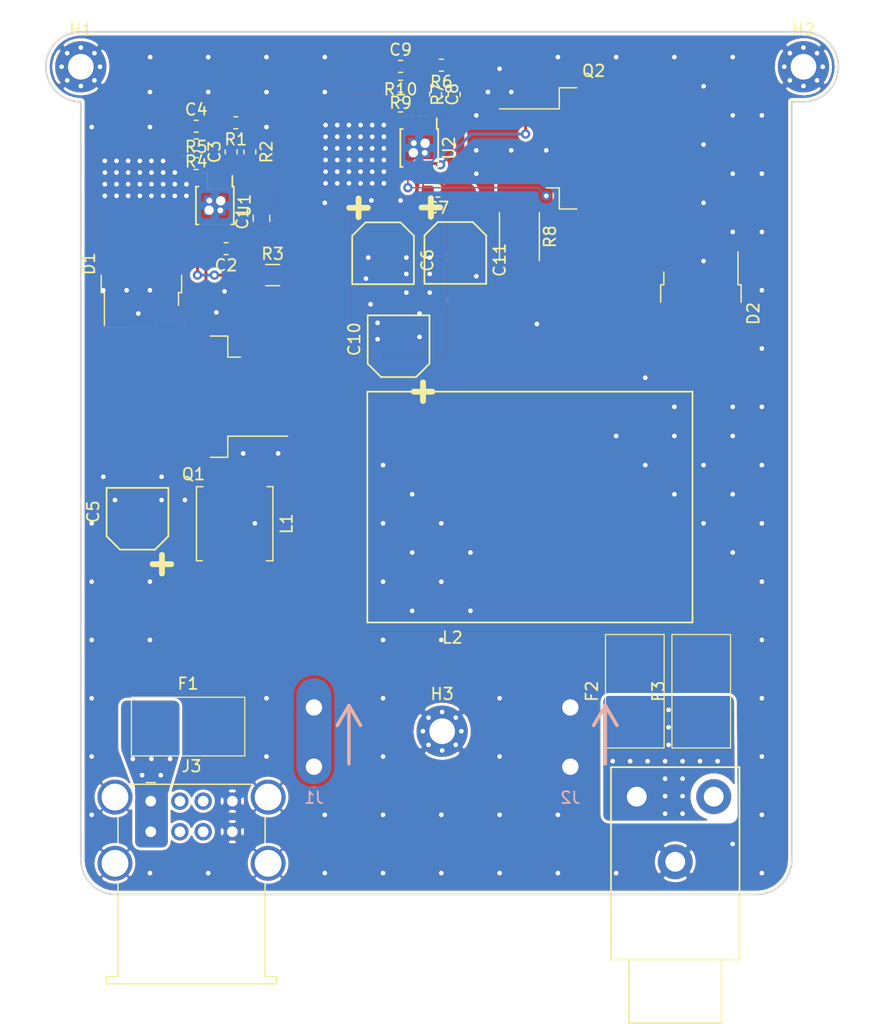
<source format=kicad_pcb>
(kicad_pcb (version 20171130) (host pcbnew "(5.0.1)-3")
  (layers (0 F.Cu signal) (31 B.Cu signal) (34 B.Paste user) (35 F.Paste user) (36 B.SilkS user) (37 F.SilkS user) (38 B.Mask user) (39 F.Mask user) (44 Edge.Cuts user))
  (net 0 "")
  (net 1 BATT+)
  (net 2 GND)
  (net 3 "Net-(C2-Pad2)")
  (net 4 "Net-(C3-Pad1)")
  (net 5 "Net-(C4-Pad1)")
  (net 6 "Net-(C4-Pad2)")
  (net 7 "Net-(C7-Pad2)")
  (net 8 "Net-(C8-Pad1)")
  (net 9 "Net-(C10-Pad1)")
  (net 10 "Net-(C9-Pad2)")
  (net 11 "Net-(D1-Pad3)")
  (net 12 "Net-(D2-Pad3)")
  (net 13 +5V)
  (net 14 +12V)
  (net 15 "Net-(Q1-Pad3)")
  (net 16 "Net-(Q1-Pad1)")
  (net 17 "Net-(Q2-Pad1)")
  (net 18 "Net-(Q2-Pad3)")
  (net 19 "Net-(R1-Pad2)")
  (net 20 "Net-(R6-Pad2)")
  (module Inductors:Coilcraft_SER2915L-103KL (layer F.Cu) (at 107.53 76.77 180)
    (fp_text reference L2 (at 6.65 -11.2 180) (layer F.SilkS))
    (fp_text value 10uH)
    (pad 1 smd rect (at -5.075 14.355 180) (size 5.33 5.59) (layers F.Cu F.Paste F.Mask) (net 12 "Net-(D2-Pad3)"))
    (pad 2 smd rect (at 5.075 14.355 180) (size 5.33 5.59) (layers F.Cu F.Paste F.Mask) (net 9 "Net-(C10-Pad1)"))
    (pad "" smd rect (at 0 -8.22 180) (size 6.35 6.28) (layers F.Cu F.Paste F.Mask))
  )
  (module Capacitors:25SVPF47M (layer F.Cu) (at 101.13 54.97 180)
    (fp_text reference C11 (at -3.8 -0.6 270) (layer F.SilkS))
    (fp_text value 47uF/25V)
    (pad 1 smd rect (at 0 2.2 180) (size 1.6 3) (layers F.Cu F.Paste F.Mask) (net 1 BATT+))
    (pad 2 smd rect (at 0 -2.2 180) (size 1.6 3) (layers F.Cu F.Paste F.Mask) (net 2 GND))
  )
  (module TexasInstruments:LM25085MY_Handsolder (layer F.Cu) (at 80.5 50.9 270)
    (fp_text reference U1 (at 0 -2.55 270) (layer F.SilkS))
    (fp_text value LM25085MY)
    (pad 1 smd rect (at -2.105 -0.975 270) (size 0.89 0.42) (layers F.Cu F.Paste F.Mask) (net 4 "Net-(C3-Pad1)"))
    (pad 2 smd rect (at -2.105 -0.325 270) (size 0.89 0.42) (layers F.Cu F.Paste F.Mask) (net 19 "Net-(R1-Pad2)"))
    (pad 3 smd rect (at -2.105 0.325 270) (size 0.89 0.42) (layers F.Cu F.Paste F.Mask) (net 6 "Net-(C4-Pad2)"))
    (pad 4 smd rect (at -2.105 0.975 270) (size 0.89 0.42) (layers F.Cu F.Paste F.Mask) (net 2 GND))
    (pad 5 smd rect (at 2.105 0.975 270) (size 0.89 0.42) (layers F.Cu F.Paste F.Mask) (net 15 "Net-(Q1-Pad3)"))
    (pad 6 smd rect (at 2.105 0.325 270) (size 0.89 0.42) (layers F.Cu F.Paste F.Mask) (net 16 "Net-(Q1-Pad1)"))
    (pad 7 smd rect (at 2.105 -0.325 270) (size 0.89 0.42) (layers F.Cu F.Paste F.Mask) (net 3 "Net-(C2-Pad2)"))
    (pad 8 smd rect (at 2.105 -0.975 270) (size 0.89 0.42) (layers F.Cu F.Paste F.Mask) (net 1 BATT+))
    (pad 9 smd rect (at 0 0 270) (size 1.68 5) (layers F.Cu F.Mask) (net 2 GND))
    (pad 9 smd rect (at 0 0 270) (size 1.68 1.88) (layers B.Cu B.Mask) (net 2 GND))
    (pad 9 thru_hole circle (at -0.4 -0.5 270) (size 0.85 0.85) (drill 0.8) (layers *.Cu *.Mask) (net 2 GND))
    (pad 9 thru_hole circle (at 0.4 0.5 270) (size 0.85 0.85) (drill 0.8) (layers *.Cu *.Mask) (net 2 GND))
    (pad 9 thru_hole circle (at 0.42 -0.47 270) (size 0.55 0.55) (drill 0.5) (layers *.Cu *.Mask) (net 2 GND))
    (pad 9 thru_hole circle (at -0.42 0.47 270) (size 0.55 0.55) (drill 0.5) (layers *.Cu *.Mask) (net 2 GND))
  )
  (module TexasInstruments:LM25085MY_Handsolder (layer F.Cu) (at 98.035759 45.966239 270)
    (fp_text reference U2 (at 0 -2.55 270) (layer F.SilkS))
    (fp_text value LM25085MY)
    (pad 1 smd rect (at -2.105 -0.975 270) (size 0.89 0.42) (layers F.Cu F.Paste F.Mask) (net 8 "Net-(C8-Pad1)"))
    (pad 2 smd rect (at -2.105 -0.325 270) (size 0.89 0.42) (layers F.Cu F.Paste F.Mask) (net 20 "Net-(R6-Pad2)"))
    (pad 3 smd rect (at -2.105 0.325 270) (size 0.89 0.42) (layers F.Cu F.Paste F.Mask) (net 10 "Net-(C9-Pad2)"))
    (pad 4 smd rect (at -2.105 0.975 270) (size 0.89 0.42) (layers F.Cu F.Paste F.Mask) (net 2 GND))
    (pad 5 smd rect (at 2.105 0.975 270) (size 0.89 0.42) (layers F.Cu F.Paste F.Mask) (net 18 "Net-(Q2-Pad3)"))
    (pad 6 smd rect (at 2.105 0.325 270) (size 0.89 0.42) (layers F.Cu F.Paste F.Mask) (net 17 "Net-(Q2-Pad1)"))
    (pad 7 smd rect (at 2.105 -0.325 270) (size 0.89 0.42) (layers F.Cu F.Paste F.Mask) (net 7 "Net-(C7-Pad2)"))
    (pad 8 smd rect (at 2.105 -0.975 270) (size 0.89 0.42) (layers F.Cu F.Paste F.Mask) (net 1 BATT+))
    (pad 9 smd rect (at 0 0 270) (size 1.68 5) (layers F.Cu F.Mask) (net 2 GND))
    (pad 9 smd rect (at 0 0 270) (size 1.68 1.88) (layers B.Cu B.Mask) (net 2 GND))
    (pad 9 thru_hole circle (at -0.4 -0.5 270) (size 0.85 0.85) (drill 0.8) (layers *.Cu *.Mask) (net 2 GND))
    (pad 9 thru_hole circle (at 0.4 0.5 270) (size 0.85 0.85) (drill 0.8) (layers *.Cu *.Mask) (net 2 GND))
    (pad 9 thru_hole circle (at 0.42 -0.47 270) (size 0.55 0.55) (drill 0.5) (layers *.Cu *.Mask) (net 2 GND))
    (pad 9 thru_hole circle (at -0.42 0.47 270) (size 0.55 0.55) (drill 0.5) (layers *.Cu *.Mask) (net 2 GND))
  )
  (module Connectors_custom:TE_PCB-Tab_63951-1 (layer B.Cu) (at 89 96.5 180)
    (fp_text reference J1 (at 0 -5.2 180) (layer B.SilkS) (effects (justify mirror)))
    (fp_text value BATT+)
    (pad 1 smd rect (at 0 0 180) (size 3 5.08) (layers B.Cu B.Mask) (net 1 BATT+))
    (pad 1 thru_hole circle (at 0 -2.54 180) (size 3 3) (drill 1.4) (layers *.Cu *.Mask) (net 1 BATT+))
    (pad 1 thru_hole oval (at 0 2.54 180) (size 3 5) (drill 1.4) (layers *.Cu *.Mask) (net 1 BATT+))
  )
  (module Connectors_custom:TE_PCB-Tab_63951-1 (layer B.Cu) (at 111 96.5 180)
    (fp_text reference J2 (at 0 -5.2 180) (layer B.SilkS) (effects (justify mirror)))
    (fp_text value BATT-)
    (pad 1 smd rect (at 0 0 180) (size 3 5.08) (layers B.Cu B.Mask) (net 2 GND))
    (pad 1 thru_hole circle (at 0 -2.54 180) (size 3 3) (drill 1.4) (layers *.Cu *.Mask) (net 2 GND))
    (pad 1 thru_hole oval (at 0 2.54 180) (size 3 5) (drill 1.4) (layers *.Cu *.Mask) (net 2 GND))
  )
  (module Capacitors:25SVPF47M (layer F.Cu) (at 94.93 55 180)
    (fp_text reference C6 (at -3.8 -0.6 270) (layer F.SilkS))
    (fp_text value 47uF/25V)
    (pad 1 smd rect (at 0 2.2 180) (size 1.6 3) (layers F.Cu F.Paste F.Mask) (net 1 BATT+))
    (pad 2 smd rect (at 0 -2.2 180) (size 1.6 3) (layers F.Cu F.Paste F.Mask) (net 2 GND))
  )
  (module Capacitor_SMD:C_0805_2012Metric_Pad1.15x1.40mm_HandSolder (layer F.Cu) (at 84.5 52 90)
    (fp_text reference C1 (at 0 -1.65 90) (layer F.SilkS))
    (fp_text value 4.7uF/25V)
    (pad 1 smd roundrect (at -1.025 0 90) (size 1.15 1.4) (layers F.Cu F.Paste F.Mask) (roundrect_rratio 0.217) (net 1 BATT+))
    (pad 2 smd roundrect (at 1.025 0 90) (size 1.15 1.4) (layers F.Cu F.Paste F.Mask) (roundrect_rratio 0.217) (net 2 GND))
  )
  (module Capacitor_SMD:C_0603_1608Metric_Pad1.05x0.95mm_HandSolder (layer F.Cu) (at 81.460759 54.6 180)
    (fp_text reference C2 (at 0 -1.43 180) (layer F.SilkS))
    (fp_text value 1uF/25V)
    (pad 2 smd roundrect (at 0.875 0 180) (size 1.05 0.95) (layers F.Cu F.Paste F.Mask) (net 3 "Net-(C2-Pad2)"))
    (pad 1 smd roundrect (at -0.875 0 180) (size 1.05 0.95) (layers F.Cu F.Paste F.Mask) (net 1 BATT+))
  )
  (module Capacitor_SMD:C_0603_1608Metric_Pad1.05x0.95mm_HandSolder (layer F.Cu) (at 81.9 46.3 90)
    (fp_text reference C3 (at 0 -1.43 90) (layer F.SilkS))
    (fp_text value 1nF/50V)
    (pad 2 smd roundrect (at 0.875 0 90) (size 1.05 0.95) (layers F.Cu F.Paste F.Mask) (net 1 BATT+))
    (pad 1 smd roundrect (at -0.875 0 90) (size 1.05 0.95) (layers F.Cu F.Paste F.Mask) (net 4 "Net-(C3-Pad1)"))
  )
  (module Capacitor_SMD:C_0603_1608Metric_Pad1.05x0.95mm_HandSolder (layer F.Cu) (at 78.9 44.1)
    (fp_text reference C4 (at 0 -1.43) (layer F.SilkS))
    (fp_text value 10nF/50V)
    (pad 1 smd roundrect (at -0.875 0) (size 1.05 0.95) (layers F.Cu F.Paste F.Mask) (net 5 "Net-(C4-Pad1)"))
    (pad 2 smd roundrect (at 0.875 0) (size 1.05 0.95) (layers F.Cu F.Paste F.Mask) (net 6 "Net-(C4-Pad2)"))
  )
  (module Capacitors:25SVPF47M (layer F.Cu) (at 73.860759 77.771239)
    (fp_text reference C5 (at -3.8 -0.6 90) (layer F.SilkS))
    (fp_text value 47uF/25V)
    (pad 1 smd rect (at 0 2.2) (size 1.6 3) (layers F.Cu F.Paste F.Mask) (net 5 "Net-(C4-Pad1)"))
    (pad 2 smd rect (at 0 -2.2) (size 1.6 3) (layers F.Cu F.Paste F.Mask) (net 2 GND))
  )
  (module Capacitor_SMD:C_0603_1608Metric_Pad1.05x0.95mm_HandSolder (layer F.Cu) (at 99.635759 49.666239 180)
    (fp_text reference C7 (at 0 -1.43 180) (layer F.SilkS))
    (fp_text value 1uF/25V)
    (pad 2 smd roundrect (at 0.875 0 180) (size 1.05 0.95) (layers F.Cu F.Paste F.Mask) (net 7 "Net-(C7-Pad2)"))
    (pad 1 smd roundrect (at -0.875 0 180) (size 1.05 0.95) (layers F.Cu F.Paste F.Mask) (net 1 BATT+))
  )
  (module Capacitor_SMD:C_0603_1608Metric_Pad1.05x0.95mm_HandSolder (layer F.Cu) (at 99.435759 41.366239 270)
    (fp_text reference C8 (at 0 -1.43 270) (layer F.SilkS))
    (fp_text value 1nF/50V)
    (pad 1 smd roundrect (at -0.875 0 270) (size 1.05 0.95) (layers F.Cu F.Paste F.Mask) (net 8 "Net-(C8-Pad1)"))
    (pad 2 smd roundrect (at 0.875 0 270) (size 1.05 0.95) (layers F.Cu F.Paste F.Mask) (net 1 BATT+))
  )
  (module Capacitor_SMD:C_0603_1608Metric_Pad1.05x0.95mm_HandSolder (layer F.Cu) (at 96.435759 38.966239)
    (fp_text reference C9 (at 0 -1.43) (layer F.SilkS))
    (fp_text value 10nF/50V)
    (pad 1 smd roundrect (at -0.875 0) (size 1.05 0.95) (layers F.Cu F.Paste F.Mask) (net 9 "Net-(C10-Pad1)"))
    (pad 2 smd roundrect (at 0.875 0) (size 1.05 0.95) (layers F.Cu F.Paste F.Mask) (net 10 "Net-(C9-Pad2)"))
  )
  (module Capacitors:25SVPF47M (layer F.Cu) (at 96.260759 62.971239)
    (fp_text reference C10 (at -3.8 -0.6 90) (layer F.SilkS))
    (fp_text value 47uF/25V)
    (pad 2 smd rect (at 0 -2.2) (size 1.6 3) (layers F.Cu F.Paste F.Mask) (net 2 GND))
    (pad 1 smd rect (at 0 2.2) (size 1.6 3) (layers F.Cu F.Paste F.Mask) (net 9 "Net-(C10-Pad1)"))
  )
  (module Package_TO_SOT_SMD:TO-252-2 (layer F.Cu) (at 74.2 55.9 90)
    (fp_text reference D1 (at 0 -4.5 90) (layer F.SilkS))
    (fp_text value D_Schottky_AAK)
    (pad 2 smd rect (at 2.1 0 90) (size 6.4 5.8) (layers F.Cu F.Mask) (net 2 GND))
    (pad 3 smd rect (at -4.2 2.28 90) (size 2.2 1.2) (layers F.Cu F.Paste F.Mask) (net 11 "Net-(D1-Pad3)"))
    (pad 1 smd rect (at -4.2 -2.28 90) (size 2.2 1.2) (layers F.Cu F.Paste F.Mask) (net 2 GND))
  )
  (module Package_TO_SOT_SMD:TO-252-2 (layer F.Cu) (at 122.2 60.17 270)
    (fp_text reference D2 (at 0 -4.5 270) (layer F.SilkS))
    (fp_text value D_Schottky_AAK)
    (pad 1 smd rect (at -4.2 -2.28 270) (size 2.2 1.2) (layers F.Cu F.Paste F.Mask) (net 2 GND))
    (pad 3 smd rect (at -4.2 2.28 270) (size 2.2 1.2) (layers F.Cu F.Paste F.Mask) (net 12 "Net-(D2-Pad3)"))
    (pad 2 smd rect (at 2.1 0 270) (size 6.4 5.8) (layers F.Cu F.Mask) (net 2 GND))
  )
  (module Fuses_custom:Fuse_holder_Littelfuse_154 (layer F.Cu) (at 78.2 95.6)
    (fp_text reference F1 (at 0 -3.68) (layer F.SilkS))
    (fp_text value "Fuse 5A")
    (pad 1 smd roundrect (at -3.19 0) (size 4.24 3.81) (layers F.Cu F.Paste F.Mask) (roundrect_rratio 0.119) (net 13 +5V))
    (pad 2 smd roundrect (at 3.19 0) (size 4.24 3.81) (layers F.Cu F.Paste F.Mask) (roundrect_rratio 0.119) (net 5 "Net-(C4-Pad1)"))
  )
  (module Fuses_custom:Fuse_holder_Littelfuse_154 (layer F.Cu) (at 116.53 92.57 90)
    (fp_text reference F2 (at 0 -3.68 90) (layer F.SilkS))
    (fp_text value "Fuse 7A")
    (pad 2 smd roundrect (at 3.19 0 90) (size 4.24 3.81) (layers F.Cu F.Paste F.Mask) (roundrect_rratio 0.119) (net 9 "Net-(C10-Pad1)"))
    (pad 1 smd roundrect (at -3.19 0 90) (size 4.24 3.81) (layers F.Cu F.Paste F.Mask) (roundrect_rratio 0.119) (net 14 +12V))
  )
  (module Connectors_custom:USB_A_Molex_67298-4090_Horizontal_Stacked (layer F.Cu) (at 75 102)
    (fp_text reference J3 (at 3.5 -3) (layer F.SilkS))
    (fp_text value USB_A_Stacked)
    (pad 8 thru_hole circle (at 7 2.62) (size 1.5 1.5) (drill 0.92) (layers *.Cu *.Mask) (net 2 GND))
    (pad 7 thru_hole circle (at 4.5 2.62) (size 1.5 1.5) (drill 0.92) (layers *.Cu *.Mask))
    (pad 6 thru_hole circle (at 2.5 2.62) (size 1.5 1.5) (drill 0.92) (layers *.Cu *.Mask))
    (pad 5 thru_hole circle (at 0 2.62) (size 1.5 1.5) (drill 0.92) (layers *.Cu *.Mask) (net 13 +5V))
    (pad 9 thru_hole circle (at 10.07 5.33) (size 3 3) (drill 2.3) (layers *.Cu *.Mask) (net 2 GND))
    (pad 9 thru_hole circle (at -3.07 5.33) (size 3 3) (drill 2.3) (layers *.Cu *.Mask) (net 2 GND))
    (pad 4 thru_hole circle (at 7 0) (size 1.5 1.5) (drill 0.92) (layers *.Cu *.Mask) (net 2 GND))
    (pad 3 thru_hole circle (at 4.5 0) (size 1.5 1.5) (drill 0.92) (layers *.Cu *.Mask))
    (pad 2 thru_hole circle (at 2.5 0) (size 1.5 1.5) (drill 0.92) (layers *.Cu *.Mask))
    (pad 1 thru_hole rect (at 0 0) (size 1.5 1.5) (drill 0.92) (layers *.Cu *.Mask) (net 13 +5V))
    (pad 9 thru_hole circle (at -3.07 -0.35) (size 3 3) (drill 2.3) (layers *.Cu *.Mask) (net 2 GND))
    (pad 9 thru_hole circle (at 10.07 -0.35) (size 3 3) (drill 2.3) (layers *.Cu *.Mask) (net 2 GND))
  )
  (module Connectors_custom:BarrelJack_712RA (layer F.Cu) (at 120 107.2 90)
    (fp_text reference J4 hide)
    (fp_text value Barrel_Jack_Switch)
    (pad 2 thru_hole circle (at 0 0 90) (size 3 3) (drill 1.7) (layers *.Cu *.Mask) (net 2 GND))
    (pad 1 thru_hole circle (at 5.588 -3.302 90) (size 3 3) (drill 1.7) (layers *.Cu *.Mask) (net 14 +12V))
    (pad 3 thru_hole circle (at 5.588 3.302 90) (size 3 3) (drill 1.7) (layers *.Cu *.Mask) (clearance 0.5))
  )
  (module Inductors:Coilcraft_XAL6060-822MEC (layer F.Cu) (at 82.2 78.2 270)
    (fp_text reference L1 (at 0 -4.45 270) (layer F.SilkS))
    (fp_text value 8.2uH)
    (pad 1 smd rect (at -2.555 0 270) (size 2.5 5.24) (layers F.Cu F.Paste F.Mask) (net 11 "Net-(D1-Pad3)"))
    (pad 2 smd rect (at 2.555 0 270) (size 2.5 5.24) (layers F.Cu F.Paste F.Mask) (net 5 "Net-(C4-Pad1)"))
  )
  (module Package_TO_SOT_SMD:TO-263-2 (layer F.Cu) (at 78.660759 67.3 180)
    (fp_text reference Q1 (at 0 -6.65 180) (layer F.SilkS))
    (fp_text value Q_PMOS_GDS)
    (pad 2 smd rect (at 3.375 0 180) (size 9.4 10.8) (layers F.Cu F.Mask) (net 11 "Net-(D1-Pad3)"))
    (pad 3 smd rect (at -5.775 2.54 180) (size 4.6 1.1) (layers F.Cu F.Paste F.Mask) (net 15 "Net-(Q1-Pad3)"))
    (pad 1 smd rect (at -5.775 -2.54 180) (size 4.6 1.1) (layers F.Cu F.Paste F.Mask) (net 16 "Net-(Q1-Pad1)"))
  )
  (module Package_TO_SOT_SMD:TO-263-2 (layer F.Cu) (at 113 46)
    (fp_text reference Q2 (at 0 -6.65) (layer F.SilkS))
    (fp_text value Q_PMOS_GDS)
    (pad 1 smd rect (at -5.775 -2.54) (size 4.6 1.1) (layers F.Cu F.Paste F.Mask) (net 17 "Net-(Q2-Pad1)"))
    (pad 3 smd rect (at -5.775 2.54) (size 4.6 1.1) (layers F.Cu F.Paste F.Mask) (net 18 "Net-(Q2-Pad3)"))
    (pad 2 smd rect (at 3.375 0) (size 9.4 10.8) (layers F.Cu F.Mask) (net 12 "Net-(D2-Pad3)"))
  )
  (module Resistor_SMD:R_0603_1608Metric_Pad1.05x0.95mm_HandSolder (layer F.Cu) (at 82.3 43.8 180)
    (fp_text reference R1 (at 0 -1.43 180) (layer F.SilkS))
    (fp_text value 44.2k)
    (pad 1 smd roundrect (at -0.875 0 180) (size 1.05 0.95) (layers F.Cu F.Paste F.Mask) (net 1 BATT+))
    (pad 2 smd roundrect (at 0.875 0 180) (size 1.05 0.95) (layers F.Cu F.Paste F.Mask) (net 19 "Net-(R1-Pad2)"))
  )
  (module Resistor_SMD:R_0603_1608Metric_Pad1.05x0.95mm_HandSolder (layer F.Cu) (at 83.5 46.3 270)
    (fp_text reference R2 (at 0 -1.43 270) (layer F.SilkS))
    (fp_text value 2.21k)
    (pad 2 smd roundrect (at 0.875 0 270) (size 1.05 0.95) (layers F.Cu F.Paste F.Mask) (net 4 "Net-(C3-Pad1)"))
    (pad 1 smd roundrect (at -0.875 0 270) (size 1.05 0.95) (layers F.Cu F.Paste F.Mask) (net 1 BATT+))
  )
  (module Resistor_SMD:R_1206_3216Metric_Pad1.42x1.75mm_HandSolder (layer F.Cu) (at 85.460759 56.871239)
    (fp_text reference R3 (at 0 -1.82) (layer F.SilkS))
    (fp_text value 10m/0.5W)
    (pad 2 smd roundrect (at 1.4875 0) (size 1.425 1.75) (layers F.Cu F.Paste F.Mask) (roundrect_rratio 0.175439) (net 1 BATT+))
    (pad 1 smd roundrect (at -1.4875 0) (size 1.425 1.75) (layers F.Cu F.Paste F.Mask) (roundrect_rratio 0.175439) (net 15 "Net-(Q1-Pad3)"))
  )
  (module Resistor_SMD:R_0603_1608Metric_Pad1.05x0.95mm_HandSolder (layer F.Cu) (at 78.9 45.7 180)
    (fp_text reference R4 (at 0 -1.43 180) (layer F.SilkS))
    (fp_text value 10k)
    (pad 2 smd roundrect (at 0.875 0 180) (size 1.05 0.95) (layers F.Cu F.Paste F.Mask) (net 5 "Net-(C4-Pad1)"))
    (pad 1 smd roundrect (at -0.875 0 180) (size 1.05 0.95) (layers F.Cu F.Paste F.Mask) (net 6 "Net-(C4-Pad2)"))
  )
  (module Resistor_SMD:R_0603_1608Metric_Pad1.05x0.95mm_HandSolder (layer F.Cu) (at 78.9 47.3)
    (fp_text reference R5 (at 0 -1.43) (layer F.SilkS))
    (fp_text value 3.32k)
    (pad 1 smd roundrect (at -0.875 0) (size 1.05 0.95) (layers F.Cu F.Paste F.Mask) (net 2 GND))
    (pad 2 smd roundrect (at 0.875 0) (size 1.05 0.95) (layers F.Cu F.Paste F.Mask) (net 6 "Net-(C4-Pad2)"))
  )
  (module Resistor_SMD:R_0603_1608Metric_Pad1.05x0.95mm_HandSolder (layer F.Cu) (at 99.935759 38.866239 180)
    (fp_text reference R6 (at 0 -1.43 180) (layer F.SilkS))
    (fp_text value 383k)
    (pad 2 smd roundrect (at 0.875 0 180) (size 1.05 0.95) (layers F.Cu F.Paste F.Mask) (net 20 "Net-(R6-Pad2)"))
    (pad 1 smd roundrect (at -0.875 0 180) (size 1.05 0.95) (layers F.Cu F.Paste F.Mask) (net 1 BATT+))
  )
  (module Resistor_SMD:R_0603_1608Metric_Pad1.05x0.95mm_HandSolder (layer F.Cu) (at 101.035759 41.366239 90)
    (fp_text reference R7 (at 0 -1.43 90) (layer F.SilkS))
    (fp_text value 4.12k)
    (pad 1 smd roundrect (at -0.875 0 90) (size 1.05 0.95) (layers F.Cu F.Paste F.Mask) (net 1 BATT+))
    (pad 2 smd roundrect (at 0.875 0 90) (size 1.05 0.95) (layers F.Cu F.Paste F.Mask) (net 8 "Net-(C8-Pad1)"))
  )
  (module Resistor_SMD:R_0603_1608Metric_Pad1.05x0.95mm_HandSolder (layer F.Cu) (at 96.435759 40.666239 180)
    (fp_text reference R9 (at 0 -1.43 180) (layer F.SilkS))
    (fp_text value 10k)
    (pad 2 smd roundrect (at 0.875 0 180) (size 1.05 0.95) (layers F.Cu F.Paste F.Mask) (net 9 "Net-(C10-Pad1)"))
    (pad 1 smd roundrect (at -0.875 0 180) (size 1.05 0.95) (layers F.Cu F.Paste F.Mask) (net 10 "Net-(C9-Pad2)"))
  )
  (module Resistor_SMD:R_0603_1608Metric_Pad1.05x0.95mm_HandSolder (layer F.Cu) (at 96.435759 42.366239)
    (fp_text reference R10 (at 0 -1.43) (layer F.SilkS))
    (fp_text value 1.15k)
    (pad 1 smd roundrect (at -0.875 0) (size 1.05 0.95) (layers F.Cu F.Paste F.Mask) (net 2 GND))
    (pad 2 smd roundrect (at 0.875 0) (size 1.05 0.95) (layers F.Cu F.Paste F.Mask) (net 10 "Net-(C9-Pad2)"))
  )
  (module MountingHole:MountingHole_2.2mm_M2_Pad_Via (layer F.Cu) (at 69 39)
    (fp_text reference H1 (at 0 -3.2) (layer F.SilkS))
    (fp_text value MountingHole_Pad)
    (pad 1 thru_hole circle (at 1.166726 -1.166726) (size 0.7 0.7) (drill 0.4) (layers *.Cu *.Mask) (net 2 GND))
    (pad 1 thru_hole circle (at 0 -1.65) (size 0.7 0.7) (drill 0.4) (layers *.Cu *.Mask) (net 2 GND))
    (pad 1 thru_hole circle (at -1.166726 -1.166726) (size 0.7 0.7) (drill 0.4) (layers *.Cu *.Mask) (net 2 GND))
    (pad 1 thru_hole circle (at -1.65 0) (size 0.7 0.7) (drill 0.4) (layers *.Cu *.Mask) (net 2 GND))
    (pad 1 thru_hole circle (at -1.166726 1.166726) (size 0.7 0.7) (drill 0.4) (layers *.Cu *.Mask) (net 2 GND))
    (pad 1 thru_hole circle (at 0 1.65) (size 0.7 0.7) (drill 0.4) (layers *.Cu *.Mask) (net 2 GND))
    (pad 1 thru_hole circle (at 1.166726 1.166726) (size 0.7 0.7) (drill 0.4) (layers *.Cu *.Mask) (net 2 GND))
    (pad 1 thru_hole circle (at 1.65 0) (size 0.7 0.7) (drill 0.4) (layers *.Cu *.Mask) (net 2 GND))
    (pad 1 thru_hole circle (at 0 0) (size 4.4 4.4) (drill 2.2) (layers *.Cu *.Mask) (net 2 GND))
  )
  (module MountingHole:MountingHole_2.2mm_M2_Pad_Via (layer F.Cu) (at 131 39)
    (fp_text reference H2 (at 0 -3.2) (layer F.SilkS))
    (fp_text value MountingHole_Pad)
    (pad 1 thru_hole circle (at 0 0) (size 4.4 4.4) (drill 2.2) (layers *.Cu *.Mask) (net 2 GND))
    (pad 1 thru_hole circle (at 1.65 0) (size 0.7 0.7) (drill 0.4) (layers *.Cu *.Mask) (net 2 GND))
    (pad 1 thru_hole circle (at 1.166726 1.166726) (size 0.7 0.7) (drill 0.4) (layers *.Cu *.Mask) (net 2 GND))
    (pad 1 thru_hole circle (at 0 1.65) (size 0.7 0.7) (drill 0.4) (layers *.Cu *.Mask) (net 2 GND))
    (pad 1 thru_hole circle (at -1.166726 1.166726) (size 0.7 0.7) (drill 0.4) (layers *.Cu *.Mask) (net 2 GND))
    (pad 1 thru_hole circle (at -1.65 0) (size 0.7 0.7) (drill 0.4) (layers *.Cu *.Mask) (net 2 GND))
    (pad 1 thru_hole circle (at -1.166726 -1.166726) (size 0.7 0.7) (drill 0.4) (layers *.Cu *.Mask) (net 2 GND))
    (pad 1 thru_hole circle (at 0 -1.65) (size 0.7 0.7) (drill 0.4) (layers *.Cu *.Mask) (net 2 GND))
    (pad 1 thru_hole circle (at 1.166726 -1.166726) (size 0.7 0.7) (drill 0.4) (layers *.Cu *.Mask) (net 2 GND))
  )
  (module MountingHole:MountingHole_2.2mm_M2_Pad_Via (layer F.Cu) (at 100 96)
    (fp_text reference H3 (at 0 -3.2) (layer F.SilkS))
    (fp_text value MountingHole_Pad)
    (pad 1 thru_hole circle (at 1.166726 -1.166726) (size 0.7 0.7) (drill 0.4) (layers *.Cu *.Mask) (net 2 GND))
    (pad 1 thru_hole circle (at 0 -1.65) (size 0.7 0.7) (drill 0.4) (layers *.Cu *.Mask) (net 2 GND))
    (pad 1 thru_hole circle (at -1.166726 -1.166726) (size 0.7 0.7) (drill 0.4) (layers *.Cu *.Mask) (net 2 GND))
    (pad 1 thru_hole circle (at -1.65 0) (size 0.7 0.7) (drill 0.4) (layers *.Cu *.Mask) (net 2 GND))
    (pad 1 thru_hole circle (at -1.166726 1.166726) (size 0.7 0.7) (drill 0.4) (layers *.Cu *.Mask) (net 2 GND))
    (pad 1 thru_hole circle (at 0 1.65) (size 0.7 0.7) (drill 0.4) (layers *.Cu *.Mask) (net 2 GND))
    (pad 1 thru_hole circle (at 1.166726 1.166726) (size 0.7 0.7) (drill 0.4) (layers *.Cu *.Mask) (net 2 GND))
    (pad 1 thru_hole circle (at 1.65 0) (size 0.7 0.7) (drill 0.4) (layers *.Cu *.Mask) (net 2 GND))
    (pad 1 thru_hole circle (at 0 0) (size 4.4 4.4) (drill 2.2) (layers *.Cu *.Mask) (net 2 GND))
  )
  (module Fuses_custom:Fuse_holder_Littelfuse_154 (layer F.Cu) (at 122.23 92.57 90)
    (fp_text reference F3 (at 0 -3.68 90) (layer F.SilkS))
    (fp_text value "Fuse 7A")
    (pad 1 smd roundrect (at -3.19 0 90) (size 4.24 3.81) (layers F.Cu F.Paste F.Mask) (roundrect_rratio 0.119) (net 14 +12V))
    (pad 2 smd roundrect (at 3.19 0 90) (size 4.24 3.81) (layers F.Cu F.Paste F.Mask) (roundrect_rratio 0.119) (net 9 "Net-(C10-Pad1)"))
  )
  (module Resistor_SMD:R_2512_6332Metric_Pad1.52x3.35mm_HandSolder (layer F.Cu) (at 106.63 53.57 270)
    (fp_text reference R8 (at 0 -2.62 270) (layer F.SilkS))
    (fp_text value 10m/2W)
    (pad 1 smd roundrect (at -2.9875 0 270) (size 1.525 3.35) (layers F.Cu F.Paste F.Mask) (roundrect_rratio 0.163934) (net 18 "Net-(Q2-Pad3)"))
    (pad 2 smd roundrect (at 2.9875 0 270) (size 1.525 3.35) (layers F.Cu F.Paste F.Mask) (roundrect_rratio 0.163934) (net 1 BATT+))
  )
  (gr_line (start 131 42) (end 130 42) (layer Edge.Cuts) (width 0.15))
  (gr_line (start 69 36) (end 131 36) (layer Edge.Cuts) (width 0.15))
  (gr_line (start 130 42) (end 130 107) (layer Edge.Cuts) (width 0.15))
  (gr_arc (start 131 39) (end 131 42) (angle -180) (layer Edge.Cuts) (width 0.15))
  (gr_arc (start 69 39) (end 69 36) (angle -180) (layer Edge.Cuts) (width 0.15))
  (gr_arc (start 72 107) (end 69 107) (angle -90) (layer Edge.Cuts) (width 0.15))
  (gr_arc (start 127 107) (end 127 110) (angle -90) (layer Edge.Cuts) (width 0.15))
  (gr_line (start 127 110) (end 72 110) (layer Edge.Cuts) (width 0.15))
  (gr_line (start 69 42) (end 69 107) (layer Edge.Cuts) (width 0.15))
  (segment (start 99.010759 48.166239) (end 100.510759 49.666239) (width 0.25) (layer F.Cu) (net 1))
  (segment (start 99.010759 48.071239) (end 99.010759 48.166239) (width 0.25) (layer F.Cu) (net 1))
  (segment (start 101.534831 42.740311) (end 101.035759 42.241239) (width 0.7) (layer F.Cu) (net 1))
  (segment (start 101.560759 42.766239) (end 101.534831 42.740311) (width 0.7) (layer F.Cu) (net 1))
  (segment (start 101.560759 48.616239) (end 101.560759 42.766239) (width 0.7) (layer F.Cu) (net 1))
  (segment (start 100.510759 49.666239) (end 101.560759 48.616239) (width 0.7) (layer F.Cu) (net 1))
  (segment (start 101.035759 42.241239) (end 99.435759 42.241239) (width 0.7) (layer F.Cu) (net 1))
  (segment (start 101.435759 38.866239) (end 100.810759 38.866239) (width 0.7) (layer F.Cu) (net 1))
  (segment (start 102.060769 39.491249) (end 101.435759 38.866239) (width 0.7) (layer F.Cu) (net 1))
  (segment (start 102.060769 41.216229) (end 102.060769 39.491249) (width 0.7) (layer F.Cu) (net 1))
  (segment (start 101.035759 42.241239) (end 102.060769 41.216229) (width 0.7) (layer F.Cu) (net 1))
  (segment (start 89 99.04) (end 89 93.96) (width 3) (layer F.Cu) (net 1))
  (segment (start 86.948259 55.896239) (end 86.948259 56.871239) (width 0.7) (layer F.Cu) (net 1))
  (segment (start 86.948259 48.298259) (end 86.948259 55.896239) (width 0.7) (layer F.Cu) (net 1))
  (segment (start 84.075 45.425) (end 86.948259 48.298259) (width 0.7) (layer F.Cu) (net 1))
  (segment (start 83.5 45.425) (end 84.075 45.425) (width 0.7) (layer F.Cu) (net 1))
  (segment (start 83.5 44.125) (end 83.175 43.8) (width 0.7) (layer F.Cu) (net 1))
  (segment (start 83.5 45.425) (end 83.5 44.125) (width 0.7) (layer F.Cu) (net 1))
  (segment (start 83.5 45.425) (end 81.9 45.425) (width 0.7) (layer F.Cu) (net 1))
  (via (at 78.060759 50.071239) (size 0.8) (drill 0.4) (layers F.Cu B.Cu) (net 2))
  (via (at 95 44) (size 0.8) (drill 0.4) (layers F.Cu B.Cu) (net 2))
  (via (at 95 45) (size 0.8) (drill 0.4) (layers F.Cu B.Cu) (net 2))
  (via (at 95 46) (size 0.8) (drill 0.4) (layers F.Cu B.Cu) (net 2))
  (via (at 95 47) (size 0.8) (drill 0.4) (layers F.Cu B.Cu) (net 2))
  (via (at 95 48) (size 0.8) (drill 0.4) (layers F.Cu B.Cu) (net 2))
  (via (at 95 49) (size 0.8) (drill 0.4) (layers F.Cu B.Cu) (net 2))
  (via (at 94 49) (size 0.8) (drill 0.4) (layers F.Cu B.Cu) (net 2))
  (via (at 94 48) (size 0.8) (drill 0.4) (layers F.Cu B.Cu) (net 2))
  (via (at 94 47) (size 0.8) (drill 0.4) (layers F.Cu B.Cu) (net 2))
  (via (at 94 46) (size 0.8) (drill 0.4) (layers F.Cu B.Cu) (net 2))
  (via (at 94 45) (size 0.8) (drill 0.4) (layers F.Cu B.Cu) (net 2))
  (via (at 94 44) (size 0.8) (drill 0.4) (layers F.Cu B.Cu) (net 2))
  (via (at 93 44) (size 0.8) (drill 0.4) (layers F.Cu B.Cu) (net 2))
  (via (at 93 45) (size 0.8) (drill 0.4) (layers F.Cu B.Cu) (net 2))
  (via (at 93 46) (size 0.8) (drill 0.4) (layers F.Cu B.Cu) (net 2))
  (via (at 93 47) (size 0.8) (drill 0.4) (layers F.Cu B.Cu) (net 2))
  (via (at 93 48) (size 0.8) (drill 0.4) (layers F.Cu B.Cu) (net 2))
  (via (at 93 49) (size 0.8) (drill 0.4) (layers F.Cu B.Cu) (net 2))
  (via (at 98.06 60.17) (size 0.8) (drill 0.4) (layers F.Cu B.Cu) (net 2))
  (via (at 71.060759 48.071239) (size 0.8) (drill 0.4) (layers F.Cu B.Cu) (net 2))
  (via (at 72.060759 48.071239) (size 0.8) (drill 0.4) (layers F.Cu B.Cu) (net 2))
  (via (at 73.060759 48.071239) (size 0.8) (drill 0.4) (layers F.Cu B.Cu) (net 2))
  (via (at 74.060759 48.071239) (size 0.8) (drill 0.4) (layers F.Cu B.Cu) (net 2))
  (via (at 75.060759 48.071239) (size 0.8) (drill 0.4) (layers F.Cu B.Cu) (net 2))
  (via (at 76.060759 48.071239) (size 0.8) (drill 0.4) (layers F.Cu B.Cu) (net 2))
  (via (at 76.060759 49.071239) (size 0.8) (drill 0.4) (layers F.Cu B.Cu) (net 2))
  (via (at 75.060759 49.071239) (size 0.8) (drill 0.4) (layers F.Cu B.Cu) (net 2))
  (via (at 74.060759 49.071239) (size 0.8) (drill 0.4) (layers F.Cu B.Cu) (net 2))
  (via (at 73.060759 49.071239) (size 0.8) (drill 0.4) (layers F.Cu B.Cu) (net 2))
  (via (at 72.060759 49.071239) (size 0.8) (drill 0.4) (layers F.Cu B.Cu) (net 2))
  (via (at 71.060759 49.071239) (size 0.8) (drill 0.4) (layers F.Cu B.Cu) (net 2))
  (via (at 71.060759 50.071239) (size 0.8) (drill 0.4) (layers F.Cu B.Cu) (net 2))
  (via (at 72.060759 50.071239) (size 0.8) (drill 0.4) (layers F.Cu B.Cu) (net 2))
  (via (at 73.060759 50.071239) (size 0.8) (drill 0.4) (layers F.Cu B.Cu) (net 2))
  (via (at 74.060759 50.071239) (size 0.8) (drill 0.4) (layers F.Cu B.Cu) (net 2))
  (via (at 75.060759 50.071239) (size 0.8) (drill 0.4) (layers F.Cu B.Cu) (net 2))
  (via (at 76.060759 50.071239) (size 0.8) (drill 0.4) (layers F.Cu B.Cu) (net 2))
  (via (at 77.060759 50.071239) (size 0.8) (drill 0.4) (layers F.Cu B.Cu) (net 2))
  (via (at 77.060759 49.071239) (size 0.8) (drill 0.4) (layers F.Cu B.Cu) (net 2))
  (via (at 78.060759 49.071239) (size 0.8) (drill 0.4) (layers F.Cu B.Cu) (net 2))
  (via (at 74.93 108.17) (size 0.8) (drill 0.4) (layers F.Cu B.Cu) (net 2))
  (via (at 79.93 108.17) (size 0.8) (drill 0.4) (layers F.Cu B.Cu) (net 2))
  (via (at 89.93 108.17) (size 0.8) (drill 0.4) (layers F.Cu B.Cu) (net 2))
  (via (at 94.93 108.17) (size 0.8) (drill 0.4) (layers F.Cu B.Cu) (net 2))
  (via (at 99.93 108.17) (size 0.8) (drill 0.4) (layers F.Cu B.Cu) (net 2))
  (via (at 104.93 108.17) (size 0.8) (drill 0.4) (layers F.Cu B.Cu) (net 2))
  (via (at 109.93 108.17) (size 0.8) (drill 0.4) (layers F.Cu B.Cu) (net 2))
  (via (at 114.93 108.17) (size 0.8) (drill 0.4) (layers F.Cu B.Cu) (net 2))
  (via (at 69.93 103.17) (size 0.8) (drill 0.4) (layers F.Cu B.Cu) (net 2))
  (via (at 69.93 98.17) (size 0.8) (drill 0.4) (layers F.Cu B.Cu) (net 2))
  (via (at 69.93 93.17) (size 0.8) (drill 0.4) (layers F.Cu B.Cu) (net 2))
  (via (at 69.93 88.17) (size 0.8) (drill 0.4) (layers F.Cu B.Cu) (net 2))
  (via (at 69.93 83.17) (size 0.8) (drill 0.4) (layers F.Cu B.Cu) (net 2))
  (via (at 69.93 78.17) (size 0.8) (drill 0.4) (layers F.Cu B.Cu) (net 2))
  (via (at 74.93 88.17) (size 0.8) (drill 0.4) (layers F.Cu B.Cu) (net 2))
  (via (at 84.93 93.17) (size 0.8) (drill 0.4) (layers F.Cu B.Cu) (net 2))
  (via (at 84.93 98.17) (size 0.8) (drill 0.4) (layers F.Cu B.Cu) (net 2))
  (via (at 94.93 103.17) (size 0.8) (drill 0.4) (layers F.Cu B.Cu) (net 2))
  (via (at 99.93 103.17) (size 0.8) (drill 0.4) (layers F.Cu B.Cu) (net 2))
  (via (at 104.93 103.17) (size 0.8) (drill 0.4) (layers F.Cu B.Cu) (net 2))
  (via (at 109.93 103.17) (size 0.8) (drill 0.4) (layers F.Cu B.Cu) (net 2))
  (via (at 104.93 98.17) (size 0.8) (drill 0.4) (layers F.Cu B.Cu) (net 2))
  (via (at 94.93 98.17) (size 0.8) (drill 0.4) (layers F.Cu B.Cu) (net 2))
  (via (at 94.93 93.17) (size 0.8) (drill 0.4) (layers F.Cu B.Cu) (net 2))
  (via (at 104.93 93.17) (size 0.8) (drill 0.4) (layers F.Cu B.Cu) (net 2))
  (via (at 89.93 103.17) (size 0.8) (drill 0.4) (layers F.Cu B.Cu) (net 2))
  (via (at 94.93 88.17) (size 0.8) (drill 0.4) (layers F.Cu B.Cu) (net 2))
  (via (at 99.93 88.17) (size 0.8) (drill 0.4) (layers F.Cu B.Cu) (net 2))
  (via (at 99.93 83.17) (size 0.8) (drill 0.4) (layers F.Cu B.Cu) (net 2))
  (via (at 94.93 78.17) (size 0.8) (drill 0.4) (layers F.Cu B.Cu) (net 2))
  (via (at 99.93 78.17) (size 0.8) (drill 0.4) (layers F.Cu B.Cu) (net 2))
  (via (at 94.93 83.17) (size 0.8) (drill 0.4) (layers F.Cu B.Cu) (net 2))
  (via (at 94.93 73.17) (size 0.8) (drill 0.4) (layers F.Cu B.Cu) (net 2))
  (via (at 119.93 68.17) (size 0.8) (drill 0.4) (layers F.Cu B.Cu) (net 2))
  (via (at 124.93 68.17) (size 0.8) (drill 0.4) (layers F.Cu B.Cu) (net 2))
  (via (at 89.93 38.17) (size 0.8) (drill 0.4) (layers F.Cu B.Cu) (net 2))
  (via (at 84.93 38.17) (size 0.8) (drill 0.4) (layers F.Cu B.Cu) (net 2))
  (via (at 84.93 44.17) (size 0.8) (drill 0.4) (layers F.Cu B.Cu) (net 2))
  (via (at 79.93 38.17) (size 0.8) (drill 0.4) (layers F.Cu B.Cu) (net 2))
  (via (at 74.951317 38.17) (size 0.8) (drill 0.4) (layers F.Cu B.Cu) (net 2))
  (via (at 109.93 38.17) (size 0.8) (drill 0.4) (layers F.Cu B.Cu) (net 2))
  (via (at 114.93 38.17) (size 0.8) (drill 0.4) (layers F.Cu B.Cu) (net 2))
  (via (at 119.93 38.17) (size 0.8) (drill 0.4) (layers F.Cu B.Cu) (net 2))
  (via (at 124.93 43.17) (size 0.8) (drill 0.4) (layers F.Cu B.Cu) (net 2))
  (via (at 124.93 48.17) (size 0.8) (drill 0.4) (layers F.Cu B.Cu) (net 2))
  (via (at 124.93 53.17) (size 0.8) (drill 0.4) (layers F.Cu B.Cu) (net 2))
  (via (at 108.13 61.07) (size 0.8) (drill 0.4) (layers F.Cu B.Cu) (net 2))
  (via (at 89.93 50.67) (size 0.8) (drill 0.4) (layers F.Cu B.Cu) (net 2))
  (via (at 70.93 74.17) (size 0.8) (drill 0.4) (layers F.Cu B.Cu) (net 2))
  (via (at 71.93 76.17) (size 0.8) (drill 0.4) (layers F.Cu B.Cu) (net 2))
  (via (at 75.93 74.17) (size 0.8) (drill 0.4) (layers F.Cu B.Cu) (net 2))
  (via (at 75.93 76.17) (size 0.8) (drill 0.4) (layers F.Cu B.Cu) (net 2))
  (via (at 77.93 76.17) (size 0.8) (drill 0.4) (layers F.Cu B.Cu) (net 2))
  (via (at 82.93 72.17) (size 0.8) (drill 0.4) (layers F.Cu B.Cu) (net 2))
  (via (at 85.93 72.17) (size 0.8) (drill 0.4) (layers F.Cu B.Cu) (net 2))
  (via (at 83.93 78.17) (size 0.8) (drill 0.4) (layers F.Cu B.Cu) (net 2))
  (via (at 73.93 60.17) (size 0.8) (drill 0.4) (layers F.Cu B.Cu) (net 2))
  (via (at 70.93 58.17) (size 0.8) (drill 0.4) (layers F.Cu B.Cu) (net 2))
  (via (at 72.93 58.17) (size 0.8) (drill 0.4) (layers F.Cu B.Cu) (net 2))
  (via (at 74.93 58.17) (size 0.8) (drill 0.4) (layers F.Cu B.Cu) (net 2))
  (via (at 71.060759 47.071239) (size 0.8) (drill 0.4) (layers F.Cu B.Cu) (net 2))
  (via (at 72.060759 47.071239) (size 0.8) (drill 0.4) (layers F.Cu B.Cu) (net 2))
  (via (at 74.060759 47.071239) (size 0.8) (drill 0.4) (layers F.Cu B.Cu) (net 2))
  (via (at 73.060759 47.071239) (size 0.8) (drill 0.4) (layers F.Cu B.Cu) (net 2))
  (via (at 75.060759 47.071239) (size 0.8) (drill 0.4) (layers F.Cu B.Cu) (net 2))
  (via (at 76.060759 47.071239) (size 0.8) (drill 0.4) (layers F.Cu B.Cu) (net 2))
  (via (at 77.060759 48.071239) (size 0.8) (drill 0.4) (layers F.Cu B.Cu) (net 2))
  (via (at 127.43 78.17) (size 0.8) (drill 0.4) (layers F.Cu B.Cu) (net 2))
  (via (at 127.43 73.17) (size 0.8) (drill 0.4) (layers F.Cu B.Cu) (net 2))
  (via (at 127.43 68.17) (size 0.8) (drill 0.4) (layers F.Cu B.Cu) (net 2))
  (via (at 127.43 63.17) (size 0.8) (drill 0.4) (layers F.Cu B.Cu) (net 2))
  (via (at 127.43 58.17) (size 0.8) (drill 0.4) (layers F.Cu B.Cu) (net 2))
  (via (at 127.43 53.17) (size 0.8) (drill 0.4) (layers F.Cu B.Cu) (net 2))
  (via (at 127.43 48.17) (size 0.8) (drill 0.4) (layers F.Cu B.Cu) (net 2))
  (via (at 127.43 43.17) (size 0.8) (drill 0.4) (layers F.Cu B.Cu) (net 2))
  (via (at 122.43 55.67) (size 0.8) (drill 0.4) (layers F.Cu B.Cu) (net 2))
  (via (at 122.43 50.67) (size 0.8) (drill 0.4) (layers F.Cu B.Cu) (net 2))
  (via (at 122.43 45.67) (size 0.8) (drill 0.4) (layers F.Cu B.Cu) (net 2))
  (via (at 122.43 40.67) (size 0.8) (drill 0.4) (layers F.Cu B.Cu) (net 2))
  (via (at 117.43 65.67) (size 0.8) (drill 0.4) (layers F.Cu B.Cu) (net 2))
  (via (at 102.93 48.17) (size 0.8) (drill 0.4) (layers F.Cu B.Cu) (net 2))
  (via (at 102.93 46.17) (size 0.8) (drill 0.4) (layers F.Cu B.Cu) (net 2))
  (via (at 105.93 46.17) (size 0.8) (drill 0.4) (layers F.Cu B.Cu) (net 2))
  (via (at 108.93 46.17) (size 0.8) (drill 0.4) (layers F.Cu B.Cu) (net 2))
  (via (at 102.93 43.17) (size 0.8) (drill 0.4) (layers F.Cu B.Cu) (net 2))
  (via (at 103.93 41.17) (size 0.8) (drill 0.4) (layers F.Cu B.Cu) (net 2))
  (via (at 105.93 41.17) (size 0.8) (drill 0.4) (layers F.Cu B.Cu) (net 2))
  (via (at 104.93 39.17) (size 0.8) (drill 0.4) (layers F.Cu B.Cu) (net 2))
  (via (at 127.43 83.17) (size 0.8) (drill 0.4) (layers F.Cu B.Cu) (net 2))
  (via (at 74.93 83.17) (size 0.8) (drill 0.4) (layers F.Cu B.Cu) (net 2))
  (via (at 117.43 73.17) (size 0.8) (drill 0.4) (layers F.Cu B.Cu) (net 2))
  (via (at 122.43 73.17) (size 0.8) (drill 0.4) (layers F.Cu B.Cu) (net 2))
  (via (at 114.93 70.67) (size 0.8) (drill 0.4) (layers F.Cu B.Cu) (net 2))
  (via (at 119.93 70.67) (size 0.8) (drill 0.4) (layers F.Cu B.Cu) (net 2))
  (via (at 124.93 70.67) (size 0.8) (drill 0.4) (layers F.Cu B.Cu) (net 2))
  (via (at 122.43 78.17) (size 0.8) (drill 0.4) (layers F.Cu B.Cu) (net 2))
  (via (at 119.93 75.67) (size 0.8) (drill 0.4) (layers F.Cu B.Cu) (net 2))
  (via (at 124.93 75.67) (size 0.8) (drill 0.4) (layers F.Cu B.Cu) (net 2))
  (via (at 124.93 80.67) (size 0.8) (drill 0.4) (layers F.Cu B.Cu) (net 2))
  (via (at 127.43 88.17) (size 0.8) (drill 0.4) (layers F.Cu B.Cu) (net 2))
  (via (at 127.43 93.17) (size 0.8) (drill 0.4) (layers F.Cu B.Cu) (net 2))
  (via (at 127.43 98.17) (size 0.8) (drill 0.4) (layers F.Cu B.Cu) (net 2))
  (via (at 127.43 103.17) (size 0.8) (drill 0.4) (layers F.Cu B.Cu) (net 2))
  (via (at 127.43 108.17) (size 0.8) (drill 0.4) (layers F.Cu B.Cu) (net 2))
  (via (at 124.93 105.67) (size 0.8) (drill 0.4) (layers F.Cu B.Cu) (net 2))
  (via (at 97.43 75.67) (size 0.8) (drill 0.4) (layers F.Cu B.Cu) (net 2))
  (via (at 102.43 80.67) (size 0.8) (drill 0.4) (layers F.Cu B.Cu) (net 2))
  (via (at 97.43 80.67) (size 0.8) (drill 0.4) (layers F.Cu B.Cu) (net 2))
  (via (at 102.43 85.67) (size 0.8) (drill 0.4) (layers F.Cu B.Cu) (net 2))
  (via (at 97.43 85.67) (size 0.8) (drill 0.4) (layers F.Cu B.Cu) (net 2))
  (via (at 102.93 56.97) (size 0.8) (drill 0.4) (layers F.Cu B.Cu) (net 2))
  (via (at 96.93 55.37) (size 0.8) (drill 0.4) (layers F.Cu B.Cu) (net 2))
  (via (at 96.93 56.77) (size 0.8) (drill 0.4) (layers F.Cu B.Cu) (net 2))
  (via (at 96.93 58.37) (size 0.8) (drill 0.4) (layers F.Cu B.Cu) (net 2))
  (via (at 93.66 55.37) (size 0.8) (drill 0.4) (layers F.Cu B.Cu) (net 2))
  (via (at 93.86 59.37) (size 0.8) (drill 0.4) (layers F.Cu B.Cu) (net 2))
  (via (at 98.93 58.37) (size 0.8) (drill 0.4) (layers F.Cu B.Cu) (net 2))
  (via (at 98.93 56.77) (size 0.8) (drill 0.4) (layers F.Cu B.Cu) (net 2))
  (via (at 98.93 55.37) (size 0.8) (drill 0.4) (layers F.Cu B.Cu) (net 2))
  (via (at 93.93 50.47) (size 0.8) (drill 0.4) (layers F.Cu B.Cu) (net 2))
  (via (at 96.43 50.47) (size 0.8) (drill 0.4) (layers F.Cu B.Cu) (net 2))
  (via (at 81.33 58.27) (size 0.8) (drill 0.4) (layers F.Cu B.Cu) (net 2))
  (via (at 80.63 60.07) (size 0.8) (drill 0.4) (layers F.Cu B.Cu) (net 2))
  (via (at 94.46 60.97) (size 0.8) (drill 0.4) (layers F.Cu B.Cu) (net 2))
  (via (at 98.06 62.17) (size 0.8) (drill 0.4) (layers F.Cu B.Cu) (net 2))
  (via (at 94.46 62.37) (size 0.8) (drill 0.4) (layers F.Cu B.Cu) (net 2))
  (via (at 93.46 57.17) (size 0.8) (drill 0.4) (layers F.Cu B.Cu) (net 2))
  (via (at 92 44) (size 0.8) (drill 0.4) (layers F.Cu B.Cu) (net 2))
  (via (at 92 45) (size 0.8) (drill 0.4) (layers F.Cu B.Cu) (net 2))
  (via (at 92 46) (size 0.8) (drill 0.4) (layers F.Cu B.Cu) (net 2))
  (via (at 92 47) (size 0.8) (drill 0.4) (layers F.Cu B.Cu) (net 2))
  (via (at 92 48) (size 0.8) (drill 0.4) (layers F.Cu B.Cu) (net 2))
  (via (at 92 49) (size 0.8) (drill 0.4) (layers F.Cu B.Cu) (net 2))
  (via (at 91 49) (size 0.8) (drill 0.4) (layers F.Cu B.Cu) (net 2))
  (via (at 91 48) (size 0.8) (drill 0.4) (layers F.Cu B.Cu) (net 2))
  (via (at 91 47) (size 0.8) (drill 0.4) (layers F.Cu B.Cu) (net 2))
  (via (at 91 46) (size 0.8) (drill 0.4) (layers F.Cu B.Cu) (net 2))
  (via (at 91 45) (size 0.8) (drill 0.4) (layers F.Cu B.Cu) (net 2))
  (via (at 91 44) (size 0.8) (drill 0.4) (layers F.Cu B.Cu) (net 2))
  (via (at 90 49) (size 0.8) (drill 0.4) (layers F.Cu B.Cu) (net 2))
  (via (at 90 48) (size 0.8) (drill 0.4) (layers F.Cu B.Cu) (net 2))
  (via (at 90 47) (size 0.8) (drill 0.4) (layers F.Cu B.Cu) (net 2))
  (via (at 90 46) (size 0.8) (drill 0.4) (layers F.Cu B.Cu) (net 2))
  (via (at 90 45) (size 0.8) (drill 0.4) (layers F.Cu B.Cu) (net 2))
  (via (at 90 44) (size 0.8) (drill 0.4) (layers F.Cu B.Cu) (net 2))
  (via (at 74.93 44.17) (size 0.8) (drill 0.4) (layers F.Cu B.Cu) (net 2))
  (via (at 74.93 41.17) (size 0.8) (drill 0.4) (layers F.Cu B.Cu) (net 2))
  (via (at 79.93 41.17) (size 0.8) (drill 0.4) (layers F.Cu B.Cu) (net 2))
  (via (at 84.93 41.17) (size 0.8) (drill 0.4) (layers F.Cu B.Cu) (net 2))
  (via (at 89.93 41.17) (size 0.8) (drill 0.4) (layers F.Cu B.Cu) (net 2))
  (via (at 69.93 44.17) (size 0.8) (drill 0.4) (layers F.Cu B.Cu) (net 2))
  (via (at 124.93 38.17) (size 0.8) (drill 0.4) (layers F.Cu B.Cu) (net 2))
  (segment (start 80.825 54.360759) (end 80.585759 54.6) (width 0.25) (layer F.Cu) (net 3))
  (segment (start 80.825 53.005) (end 80.825 54.360759) (width 0.25) (layer F.Cu) (net 3))
  (segment (start 83.5 47.175) (end 81.9 47.175) (width 0.7) (layer F.Cu) (net 4))
  (segment (start 81.475 47.6) (end 81.9 47.175) (width 0.25) (layer F.Cu) (net 4))
  (segment (start 81.475 48.795) (end 81.475 47.6) (width 0.25) (layer F.Cu) (net 4))
  (segment (start 78.025 44.1) (end 78.025 45.7) (width 0.25) (layer F.Cu) (net 5))
  (segment (start 78.025 45.7) (end 70 45.7) (width 0.25) (layer F.Cu) (net 5))
  (segment (start 70 45.7) (end 69.6 46.1) (width 0.25) (layer F.Cu) (net 5))
  (segment (start 73.860759 79.271239) (end 73.860759 79.971239) (width 0.25) (layer F.Cu) (net 5))
  (segment (start 69.6 75.01048) (end 73.860759 79.271239) (width 0.25) (layer F.Cu) (net 5))
  (segment (start 69.6 46.1) (end 69.6 75.01048) (width 0.25) (layer F.Cu) (net 5))
  (segment (start 80.175 47.7) (end 79.775 47.3) (width 0.25) (layer F.Cu) (net 6))
  (segment (start 80.175 48.795) (end 80.175 47.7) (width 0.25) (layer F.Cu) (net 6))
  (segment (start 79.775 47.3) (end 79.775 45.7) (width 0.25) (layer F.Cu) (net 6))
  (segment (start 79.775 44.1) (end 79.775 45.7) (width 0.25) (layer F.Cu) (net 6))
  (segment (start 98.360759 49.266239) (end 98.760759 49.666239) (width 0.125) (layer F.Cu) (net 7))
  (segment (start 98.360759 48.071239) (end 98.360759 49.266239) (width 0.125) (layer F.Cu) (net 7))
  (segment (start 101.035759 40.491239) (end 99.435759 40.491239) (width 0.25) (layer F.Cu) (net 8))
  (segment (start 99.010759 43.166239) (end 99.010759 43.861239) (width 0.25) (layer F.Cu) (net 8))
  (segment (start 98.635749 42.791229) (end 99.010759 43.166239) (width 0.25) (layer F.Cu) (net 8))
  (segment (start 98.635749 41.291249) (end 98.635749 42.791229) (width 0.25) (layer F.Cu) (net 8))
  (segment (start 99.435759 40.491239) (end 98.635749 41.291249) (width 0.25) (layer F.Cu) (net 8))
  (segment (start 95.560759 40.666239) (end 95.560759 38.966239) (width 0.25) (layer F.Cu) (net 9))
  (segment (start 102.125 64.515) (end 102.125 64.645) (width 0.7) (layer F.Cu) (net 9))
  (segment (start 105.82 58.92) (end 102.455 62.285) (width 0.7) (layer F.Cu) (net 9))
  (segment (start 96.855759 37.671239) (end 105.276241 37.671239) (width 0.7) (layer F.Cu) (net 9))
  (segment (start 95.560759 38.966239) (end 96.855759 37.671239) (width 0.7) (layer F.Cu) (net 9))
  (segment (start 102.455 62.285) (end 102.455 62.415) (width 0.7) (layer F.Cu) (net 9))
  (segment (start 105.276241 37.671239) (end 110.075001 42.469999) (width 0.7) (layer F.Cu) (net 9))
  (segment (start 110.075001 42.469999) (end 110.075001 58.124999) (width 0.7) (layer F.Cu) (net 9))
  (segment (start 110.075001 58.124999) (end 109.28 58.92) (width 0.7) (layer F.Cu) (net 9))
  (segment (start 109.28 58.92) (end 105.82 58.92) (width 0.7) (layer F.Cu) (net 9))
  (segment (start 97.310759 38.966239) (end 97.310759 40.666239) (width 0.25) (layer F.Cu) (net 10))
  (segment (start 97.310759 40.666239) (end 97.310759 42.366239) (width 0.25) (layer F.Cu) (net 10))
  (segment (start 97.710759 42.766239) (end 97.710759 43.861239) (width 0.25) (layer F.Cu) (net 10))
  (segment (start 97.310759 42.366239) (end 97.710759 42.766239) (width 0.25) (layer F.Cu) (net 10))
  (segment (start 76.48 66.105759) (end 75.285759 67.3) (width 3) (layer F.Cu) (net 11))
  (segment (start 75.285759 67.3) (end 75.285759 68.730759) (width 3) (layer F.Cu) (net 11))
  (via (at 73.46 98.37) (size 0.8) (drill 0.4) (layers F.Cu B.Cu) (net 13))
  (via (at 75.06 98.37) (size 0.8) (drill 0.4) (layers F.Cu B.Cu) (net 13))
  (via (at 76.66 98.37) (size 0.8) (drill 0.4) (layers F.Cu B.Cu) (net 13))
  (via (at 74.26 99.77) (size 0.8) (drill 0.4) (layers F.Cu B.Cu) (net 13))
  (via (at 75.86 99.77) (size 0.8) (drill 0.4) (layers F.Cu B.Cu) (net 13))
  (via (at 114.63 98.57) (size 0.8) (drill 0.4) (layers F.Cu B.Cu) (net 14))
  (via (at 116.13 98.57) (size 0.8) (drill 0.4) (layers F.Cu B.Cu) (net 14))
  (via (at 120.63 98.57) (size 0.8) (drill 0.4) (layers F.Cu B.Cu) (net 14))
  (via (at 122.13 98.57) (size 0.8) (drill 0.4) (layers F.Cu B.Cu) (net 14))
  (via (at 123.63 98.57) (size 0.8) (drill 0.4) (layers F.Cu B.Cu) (net 14))
  (via (at 117.63 98.57) (size 0.8) (drill 0.4) (layers F.Cu B.Cu) (net 14))
  (via (at 119.13 98.57) (size 0.8) (drill 0.4) (layers F.Cu B.Cu) (net 14))
  (via (at 119.13 100.07) (size 0.8) (drill 0.4) (layers F.Cu B.Cu) (net 14))
  (via (at 120.63 100.07) (size 0.8) (drill 0.4) (layers F.Cu B.Cu) (net 14))
  (via (at 119.13 101.57) (size 0.8) (drill 0.4) (layers F.Cu B.Cu) (net 14))
  (via (at 120.63 101.57) (size 0.8) (drill 0.4) (layers F.Cu B.Cu) (net 14))
  (via (at 119.13 103.07) (size 0.8) (drill 0.4) (layers F.Cu B.Cu) (net 14))
  (via (at 120.63 103.07) (size 0.8) (drill 0.4) (layers F.Cu B.Cu) (net 14))
  (via (at 119.43 97.17) (size 0.8) (drill 0.4) (layers F.Cu B.Cu) (net 14))
  (via (at 119.43 95.67) (size 0.8) (drill 0.4) (layers F.Cu B.Cu) (net 14))
  (via (at 119.43 94.17) (size 0.8) (drill 0.4) (layers F.Cu B.Cu) (net 14))
  (via (at 79.010749 56.871239) (size 0.8) (drill 0.4) (layers F.Cu B.Cu) (net 15))
  (segment (start 79.010749 54.214251) (end 79.010749 56.871239) (width 0.25) (layer F.Cu) (net 15))
  (segment (start 79.525 53.005) (end 79.525 53.7) (width 0.25) (layer F.Cu) (net 15))
  (segment (start 79.525 53.7) (end 79.010749 54.214251) (width 0.25) (layer F.Cu) (net 15))
  (via (at 80.460749 56.871239) (size 0.8) (drill 0.4) (layers F.Cu B.Cu) (net 15))
  (segment (start 79.010749 56.871239) (end 80.460749 56.871239) (width 0.25) (layer B.Cu) (net 15))
  (segment (start 80.460749 56.871239) (end 83.973259 56.871239) (width 0.25) (layer F.Cu) (net 15))
  (segment (start 80.175 53.690249) (end 79.735749 54.1295) (width 0.25) (layer F.Cu) (net 16))
  (segment (start 80.175 53.005) (end 80.175 53.690249) (width 0.25) (layer F.Cu) (net 16))
  (segment (start 79.735749 54.1295) (end 79.735749 61.064988) (width 0.25) (layer F.Cu) (net 16))
  (segment (start 84.435759 69.375759) (end 84.435759 69.84) (width 0.25) (layer F.Cu) (net 16))
  (segment (start 79.735749 61.064988) (end 80.63 61.959239) (width 0.25) (layer F.Cu) (net 16))
  (segment (start 80.63 61.959239) (end 80.63 65.57) (width 0.25) (layer F.Cu) (net 16))
  (segment (start 80.63 65.57) (end 84.435759 69.375759) (width 0.25) (layer F.Cu) (net 16))
  (via (at 99.860759 47.406241) (size 0.8) (drill 0.4) (layers F.Cu B.Cu) (net 17))
  (segment (start 99.755756 47.301238) (end 99.860759 47.406241) (width 0.25) (layer F.Cu) (net 17))
  (segment (start 97.78576 47.301238) (end 99.755756 47.301238) (width 0.25) (layer F.Cu) (net 17))
  (segment (start 97.710759 48.071239) (end 97.710759 47.376239) (width 0.25) (layer F.Cu) (net 17))
  (segment (start 97.710759 47.376239) (end 97.78576 47.301238) (width 0.25) (layer F.Cu) (net 17))
  (via (at 107.160759 44.771239) (size 0.8) (drill 0.4) (layers F.Cu B.Cu) (net 17))
  (segment (start 99.860759 47.406241) (end 102.495761 44.771239) (width 0.25) (layer B.Cu) (net 17))
  (segment (start 102.495761 44.771239) (end 107.160759 44.771239) (width 0.25) (layer B.Cu) (net 17))
  (segment (start 107.160759 43.524241) (end 107.225 43.46) (width 0.25) (layer F.Cu) (net 17))
  (segment (start 107.160759 44.771239) (end 107.160759 43.524241) (width 0.25) (layer F.Cu) (net 17))
  (via (at 97.060759 49.371239) (size 0.8) (drill 0.4) (layers F.Cu B.Cu) (net 18))
  (segment (start 97.060759 48.071239) (end 97.060759 49.371239) (width 0.125) (layer F.Cu) (net 18))
  (segment (start 107.093761 48.671239) (end 107.225 48.54) (width 0.125) (layer F.Cu) (net 18))
  (via (at 108.93 50.07) (size 0.8) (drill 0.4) (layers F.Cu B.Cu) (net 18))
  (segment (start 97.060759 49.371239) (end 108.231239 49.371239) (width 0.125) (layer B.Cu) (net 18))
  (segment (start 108.231239 49.371239) (end 108.93 50.07) (width 0.125) (layer B.Cu) (net 18))
  (segment (start 80.825 44.4) (end 81.425 43.8) (width 0.25) (layer F.Cu) (net 19))
  (segment (start 80.825 48.795) (end 80.825 44.4) (width 0.25) (layer F.Cu) (net 19))
  (segment (start 98.360759 43.166239) (end 98.360759 43.861239) (width 0.25) (layer F.Cu) (net 20))
  (segment (start 98.185739 42.991219) (end 98.360759 43.166239) (width 0.25) (layer F.Cu) (net 20))
  (segment (start 98.185739 39.741259) (end 98.185739 42.991219) (width 0.25) (layer F.Cu) (net 20))
  (segment (start 99.060759 38.866239) (end 98.185739 39.741259) (width 0.25) (layer F.Cu) (net 20))
  (zone (net 2) (net_name GND) (layer F.Cu) (priority 1) (connect_pads (clearance 0.25)) (min_thickness 0.15) (fill yes (arc_segments 32) (thermal_gap 0.25) (thermal_bridge_width 1))
    (polygon (pts (xy 100.405 44.87) (xy 97.405 44.87) (xy 97.4 43.2) (xy 96.4 43.2) (xy 96.4 41.4) (xy 92.2 41.4) (xy 92.2 63.8) (xy 98.8 63.8) (xy 100.4 63.8)))
  )
  (zone (net 2) (net_name GND) (layer F.Cu) (priority 1) (connect_pads (clearance 0.25)) (min_thickness 0.15) (fill yes (arc_segments 32) (thermal_gap 0.25) (thermal_bridge_width 0.508))
    (polygon (pts (xy 85.96 49.471239) (xy 85.96 52.171239) (xy 77.860759 52.071239) (xy 77.86 61.37) (xy 70.26 61.37) (xy 70.160759 46.671239) (xy 78.860759 46.671239) (xy 78.760759 48.171239) (xy 79.860759 48.071239) (xy 79.860759 49.471239)))
  )
  (zone (net 2) (net_name GND) (layer F.Cu) (connect_pads (clearance 0.25)) (min_thickness 0.15) (fill yes (arc_segments 32) (thermal_gap 0.25) (thermal_bridge_width 0.508))
    (polygon (pts (xy 65.660759 33.571239) (xy 136.460759 33.271239) (xy 135.960759 115.371239) (xy 64.660759 114.971239)))
  )
  (zone (net 2) (net_name GND) (layer B.Cu) (connect_pads (clearance 0.25)) (min_thickness 0.15) (fill yes (arc_segments 32) (thermal_gap 0.25) (thermal_bridge_width 0.508))
    (polygon (pts (xy 65.560759 33.571239) (xy 136.360759 33.271239) (xy 135.860759 115.371239) (xy 64.560759 114.971239)))
  )
  (zone (net 2) (net_name GND) (layer B.Cu) (priority 1) (connect_pads (clearance 0.508)) (min_thickness 0.15) (fill yes (arc_segments 32) (thermal_gap 0.25) (thermal_bridge_width 0.508))
    (polygon (pts (xy 85.560759 49.471239) (xy 85.555 52.52) (xy 77.88 52.52) (xy 77.86 61.37) (xy 70.26 61.37) (xy 70.160759 46.671239) (xy 78.860759 46.671239) (xy 78.760759 48.171239) (xy 79.860759 48.071239) (xy 79.860759 49.471239)))
  )
  (zone (net 2) (net_name GND) (layer B.Cu) (priority 1) (connect_pads (clearance 0.25)) (min_thickness 0.15) (fill yes (arc_segments 32) (thermal_gap 0.25) (thermal_bridge_width 0.508))
    (polygon (pts (xy 100.43 43.22) (xy 97.43 43.22) (xy 97.4 43.2) (xy 96.4 43.2) (xy 96.4 41.4) (xy 92.2 41.4) (xy 92.2 63.8) (xy 98.8 63.8) (xy 100.4 63.8)))
  )
  (zone (net 18) (net_name "Net-(Q2-Pad3)") (layer F.Cu) (priority 3) (connect_pads yes (clearance 0.25)) (min_thickness 0.254) (fill yes (arc_segments 16) (thermal_gap 0.508) (thermal_bridge_width 0.508))
    (polygon (pts (xy 104.73 47.77) (xy 109.53 47.77) (xy 109.53 52.37) (xy 104.73 52.37)))
  )
  (zone (net 1) (net_name BATT+) (layer F.Cu) (priority 2) (connect_pads yes (clearance 0.25)) (min_thickness 0.15) (fill yes (arc_segments 32) (thermal_gap 0.25) (thermal_bridge_width 1) (smoothing fillet) (radius 1))
    (polygon (pts (xy 99.83 48.87) (xy 102.93 48.87) (xy 102.93 51.57) (xy 104.93 52.87) (xy 109.53 52.87) (xy 109.53 57.57) (xy 104.03 57.57) (xy 104.03 56.47) (xy 102.73 55.07) (xy 99.83 55.07)))
  )
  (zone (net 9) (net_name "Net-(C10-Pad1)") (layer F.Cu) (priority 2) (connect_pads yes (clearance 0.25)) (min_thickness 0.15) (fill yes (arc_segments 32) (thermal_gap 0.25) (thermal_bridge_width 1) (smoothing fillet) (radius 1))
    (polygon (pts (xy 94.73 63.07) (xy 98.83 63.07) (xy 98.83 59.27) (xy 107.33 59.27) (xy 107.33 67.87) (xy 125.83 83.87) (xy 125.83 92.47) (xy 113.43 92.47) (xy 113.43 82.67) (xy 94.73 70.67)))
  )
  (zone (net 14) (net_name +12V) (layer B.Cu) (priority 1) (connect_pads yes (clearance 0.25)) (min_thickness 0.15) (fill yes (arc_segments 32) (thermal_gap 0.25) (thermal_bridge_width 1) (smoothing fillet) (radius 0.5))
    (polygon (pts (xy 113.83 92.97) (xy 125.03 92.97) (xy 125.13 103.67) (xy 113.83 103.67)))
  )
  (zone (net 15) (net_name "Net-(Q1-Pad3)") (layer F.Cu) (priority 3) (connect_pads yes (clearance 0.25)) (min_thickness 0.15) (fill yes (arc_segments 32) (thermal_gap 0.25) (thermal_bridge_width 0.508) (smoothing fillet) (radius 1))
    (polygon (pts (xy 82.63 55.57) (xy 85.13 55.57) (xy 85.13 58.57) (xy 87.06 63.97) (xy 87.08 65.77) (xy 81.68 65.77) (xy 81.66 63.77)))
  )
  (zone (net 12) (net_name "Net-(D2-Pad3)") (layer F.Cu) (priority 2) (connect_pads yes (clearance 0.25)) (min_thickness 0.15) (fill yes (arc_segments 32) (thermal_gap 0.25) (thermal_bridge_width 0.8) (smoothing fillet) (radius 1))
    (polygon (pts (xy 110.86995 56.97) (xy 110.86995 39.97) (xy 121.66995 39.97) (xy 121.63 57.67) (xy 115.63 57.67) (xy 115.63 65.77) (xy 109.23 65.77) (xy 109.16995 58.97)))
  )
  (zone (net 11) (net_name "Net-(D1-Pad3)") (layer F.Cu) (priority 3) (connect_pads yes (clearance 0.25)) (min_thickness 0.254) (fill yes (arc_segments 32) (thermal_gap 0.25) (thermal_bridge_width 0.508) (smoothing fillet) (radius 0.5))
    (polygon (pts (xy 77.43 58.77) (xy 77.43 61.77) (xy 80.23 61.77) (xy 80.23 71.57) (xy 85.23 74.17) (xy 85.23 77.37) (xy 79.23 77.37) (xy 79.23 74.77) (xy 76.03 72.97) (xy 70.03 72.97) (xy 70.03 61.77) (xy 75.63 61.77) (xy 75.63 58.77)))
  )
  (zone (net 5) (net_name "Net-(C4-Pad1)") (layer F.Cu) (priority 3) (connect_pads yes (clearance 0.25)) (min_thickness 0.254) (fill yes (arc_segments 32) (thermal_gap 0.25) (thermal_bridge_width 0.508) (smoothing fillet) (radius 0.5))
    (polygon (pts (xy 72.66 78.17) (xy 74.86 78.17) (xy 79.46 79.17) (xy 85.26 79.17) (xy 85.26 82.37) (xy 83.86 93.57) (xy 83.86 97.97) (xy 78.86 97.97) (xy 78.86 82.37) (xy 75.06 81.77) (xy 72.66 81.77)))
  )
  (zone (net 13) (net_name +5V) (layer F.Cu) (priority 1) (connect_pads yes (clearance 0.25)) (min_thickness 0.254) (fill yes (arc_segments 32) (thermal_gap 0.25) (thermal_bridge_width 0.508) (smoothing fillet) (radius 0.5))
    (polygon (pts (xy 72.46 93.37) (xy 77.46 93.37) (xy 77.46 97.97) (xy 76.46 101.37) (xy 76.46 105.97) (xy 73.66 105.97) (xy 73.66 100.77) (xy 72.46 97.57)))
  )
  (zone (net 13) (net_name +5V) (layer B.Cu) (priority 1) (connect_pads yes (clearance 0.25)) (min_thickness 0.254) (fill yes (arc_segments 32) (thermal_gap 0.25) (thermal_bridge_width 0.508) (smoothing fillet) (radius 0.5))
    (polygon (pts (xy 72.46 93.37) (xy 77.46 93.37) (xy 77.46 97.97) (xy 76.46 101.37) (xy 76.46 105.97) (xy 73.66 105.97) (xy 73.66 100.77) (xy 72.46 97.57)))
  )
  (zone (net 1) (net_name BATT+) (layer F.Cu) (priority 4) (connect_pads yes (clearance 0.25)) (min_thickness 0.254) (fill yes (arc_segments 32) (thermal_gap 0.25) (thermal_bridge_width 1) (smoothing fillet) (radius 1))
    (polygon (pts (xy 86.66 100.77) (xy 92.86 100.77) (xy 92.86 54.57) (xy 102.46 54.57) (xy 102.46 51.17) (xy 93.86 51.17) (xy 85.66 52.17) (xy 81.26 52.17) (xy 81.46 55.17) (xy 85.86 55.17) (xy 85.86 58.37) (xy 87.26 64.17) (xy 87.26 73.17) (xy 86.66 74.57)))
  )
  (zone (net 14) (net_name +12V) (layer F.Cu) (priority 1) (connect_pads yes (clearance 0.25)) (min_thickness 0.15) (fill yes (arc_segments 32) (thermal_gap 0.25) (thermal_bridge_width 1) (smoothing fillet) (radius 0.5))
    (polygon (pts (xy 113.83 92.97) (xy 125.03 92.97) (xy 125.13 103.67) (xy 113.83 103.67)))
  )
)
</source>
